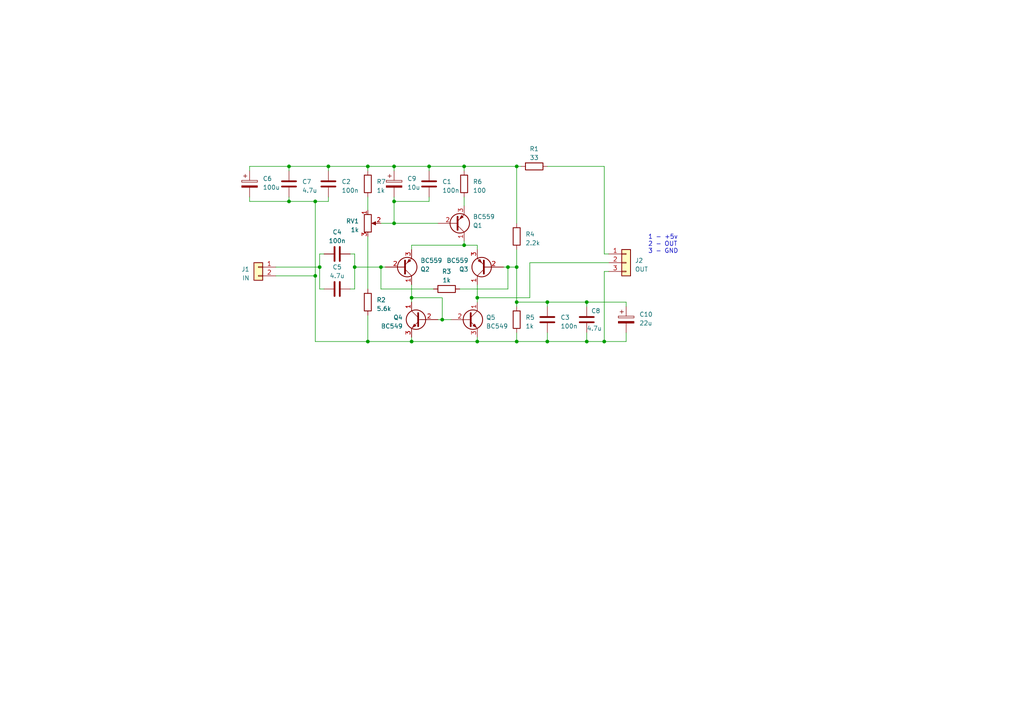
<source format=kicad_sch>
(kicad_sch (version 20230121) (generator eeschema)

  (uuid 74dd425d-e17d-4693-bddb-2cab2cd20b48)

  (paper "A4")

  (lib_symbols
    (symbol "Connector_Generic:Conn_01x02" (pin_names (offset 1.016) hide) (in_bom yes) (on_board yes)
      (property "Reference" "J" (at 0 2.54 0)
        (effects (font (size 1.27 1.27)))
      )
      (property "Value" "Conn_01x02" (at 0 -5.08 0)
        (effects (font (size 1.27 1.27)))
      )
      (property "Footprint" "" (at 0 0 0)
        (effects (font (size 1.27 1.27)) hide)
      )
      (property "Datasheet" "~" (at 0 0 0)
        (effects (font (size 1.27 1.27)) hide)
      )
      (property "ki_keywords" "connector" (at 0 0 0)
        (effects (font (size 1.27 1.27)) hide)
      )
      (property "ki_description" "Generic connector, single row, 01x02, script generated (kicad-library-utils/schlib/autogen/connector/)" (at 0 0 0)
        (effects (font (size 1.27 1.27)) hide)
      )
      (property "ki_fp_filters" "Connector*:*_1x??_*" (at 0 0 0)
        (effects (font (size 1.27 1.27)) hide)
      )
      (symbol "Conn_01x02_1_1"
        (rectangle (start -1.27 -2.413) (end 0 -2.667)
          (stroke (width 0.1524) (type default))
          (fill (type none))
        )
        (rectangle (start -1.27 0.127) (end 0 -0.127)
          (stroke (width 0.1524) (type default))
          (fill (type none))
        )
        (rectangle (start -1.27 1.27) (end 1.27 -3.81)
          (stroke (width 0.254) (type default))
          (fill (type background))
        )
        (pin passive line (at -5.08 0 0) (length 3.81)
          (name "Pin_1" (effects (font (size 1.27 1.27))))
          (number "1" (effects (font (size 1.27 1.27))))
        )
        (pin passive line (at -5.08 -2.54 0) (length 3.81)
          (name "Pin_2" (effects (font (size 1.27 1.27))))
          (number "2" (effects (font (size 1.27 1.27))))
        )
      )
    )
    (symbol "Connector_Generic:Conn_01x03" (pin_names (offset 1.016) hide) (in_bom yes) (on_board yes)
      (property "Reference" "J" (at 0 5.08 0)
        (effects (font (size 1.27 1.27)))
      )
      (property "Value" "Conn_01x03" (at 0 -5.08 0)
        (effects (font (size 1.27 1.27)))
      )
      (property "Footprint" "" (at 0 0 0)
        (effects (font (size 1.27 1.27)) hide)
      )
      (property "Datasheet" "~" (at 0 0 0)
        (effects (font (size 1.27 1.27)) hide)
      )
      (property "ki_keywords" "connector" (at 0 0 0)
        (effects (font (size 1.27 1.27)) hide)
      )
      (property "ki_description" "Generic connector, single row, 01x03, script generated (kicad-library-utils/schlib/autogen/connector/)" (at 0 0 0)
        (effects (font (size 1.27 1.27)) hide)
      )
      (property "ki_fp_filters" "Connector*:*_1x??_*" (at 0 0 0)
        (effects (font (size 1.27 1.27)) hide)
      )
      (symbol "Conn_01x03_1_1"
        (rectangle (start -1.27 -2.413) (end 0 -2.667)
          (stroke (width 0.1524) (type default))
          (fill (type none))
        )
        (rectangle (start -1.27 0.127) (end 0 -0.127)
          (stroke (width 0.1524) (type default))
          (fill (type none))
        )
        (rectangle (start -1.27 2.667) (end 0 2.413)
          (stroke (width 0.1524) (type default))
          (fill (type none))
        )
        (rectangle (start -1.27 3.81) (end 1.27 -3.81)
          (stroke (width 0.254) (type default))
          (fill (type background))
        )
        (pin passive line (at -5.08 2.54 0) (length 3.81)
          (name "Pin_1" (effects (font (size 1.27 1.27))))
          (number "1" (effects (font (size 1.27 1.27))))
        )
        (pin passive line (at -5.08 0 0) (length 3.81)
          (name "Pin_2" (effects (font (size 1.27 1.27))))
          (number "2" (effects (font (size 1.27 1.27))))
        )
        (pin passive line (at -5.08 -2.54 0) (length 3.81)
          (name "Pin_3" (effects (font (size 1.27 1.27))))
          (number "3" (effects (font (size 1.27 1.27))))
        )
      )
    )
    (symbol "Device:C" (pin_numbers hide) (pin_names (offset 0.254)) (in_bom yes) (on_board yes)
      (property "Reference" "C" (at 0.635 2.54 0)
        (effects (font (size 1.27 1.27)) (justify left))
      )
      (property "Value" "C" (at 0.635 -2.54 0)
        (effects (font (size 1.27 1.27)) (justify left))
      )
      (property "Footprint" "" (at 0.9652 -3.81 0)
        (effects (font (size 1.27 1.27)) hide)
      )
      (property "Datasheet" "~" (at 0 0 0)
        (effects (font (size 1.27 1.27)) hide)
      )
      (property "ki_keywords" "cap capacitor" (at 0 0 0)
        (effects (font (size 1.27 1.27)) hide)
      )
      (property "ki_description" "Unpolarized capacitor" (at 0 0 0)
        (effects (font (size 1.27 1.27)) hide)
      )
      (property "ki_fp_filters" "C_*" (at 0 0 0)
        (effects (font (size 1.27 1.27)) hide)
      )
      (symbol "C_0_1"
        (polyline
          (pts
            (xy -2.032 -0.762)
            (xy 2.032 -0.762)
          )
          (stroke (width 0.508) (type default))
          (fill (type none))
        )
        (polyline
          (pts
            (xy -2.032 0.762)
            (xy 2.032 0.762)
          )
          (stroke (width 0.508) (type default))
          (fill (type none))
        )
      )
      (symbol "C_1_1"
        (pin passive line (at 0 3.81 270) (length 2.794)
          (name "~" (effects (font (size 1.27 1.27))))
          (number "1" (effects (font (size 1.27 1.27))))
        )
        (pin passive line (at 0 -3.81 90) (length 2.794)
          (name "~" (effects (font (size 1.27 1.27))))
          (number "2" (effects (font (size 1.27 1.27))))
        )
      )
    )
    (symbol "Device:C_Polarized" (pin_numbers hide) (pin_names (offset 0.254)) (in_bom yes) (on_board yes)
      (property "Reference" "C" (at 0.635 2.54 0)
        (effects (font (size 1.27 1.27)) (justify left))
      )
      (property "Value" "C_Polarized" (at 0.635 -2.54 0)
        (effects (font (size 1.27 1.27)) (justify left))
      )
      (property "Footprint" "" (at 0.9652 -3.81 0)
        (effects (font (size 1.27 1.27)) hide)
      )
      (property "Datasheet" "~" (at 0 0 0)
        (effects (font (size 1.27 1.27)) hide)
      )
      (property "ki_keywords" "cap capacitor" (at 0 0 0)
        (effects (font (size 1.27 1.27)) hide)
      )
      (property "ki_description" "Polarized capacitor" (at 0 0 0)
        (effects (font (size 1.27 1.27)) hide)
      )
      (property "ki_fp_filters" "CP_*" (at 0 0 0)
        (effects (font (size 1.27 1.27)) hide)
      )
      (symbol "C_Polarized_0_1"
        (rectangle (start -2.286 0.508) (end 2.286 1.016)
          (stroke (width 0) (type default))
          (fill (type none))
        )
        (polyline
          (pts
            (xy -1.778 2.286)
            (xy -0.762 2.286)
          )
          (stroke (width 0) (type default))
          (fill (type none))
        )
        (polyline
          (pts
            (xy -1.27 2.794)
            (xy -1.27 1.778)
          )
          (stroke (width 0) (type default))
          (fill (type none))
        )
        (rectangle (start 2.286 -0.508) (end -2.286 -1.016)
          (stroke (width 0) (type default))
          (fill (type outline))
        )
      )
      (symbol "C_Polarized_1_1"
        (pin passive line (at 0 3.81 270) (length 2.794)
          (name "~" (effects (font (size 1.27 1.27))))
          (number "1" (effects (font (size 1.27 1.27))))
        )
        (pin passive line (at 0 -3.81 90) (length 2.794)
          (name "~" (effects (font (size 1.27 1.27))))
          (number "2" (effects (font (size 1.27 1.27))))
        )
      )
    )
    (symbol "Device:R" (pin_numbers hide) (pin_names (offset 0)) (in_bom yes) (on_board yes)
      (property "Reference" "R" (at 2.032 0 90)
        (effects (font (size 1.27 1.27)))
      )
      (property "Value" "R" (at 0 0 90)
        (effects (font (size 1.27 1.27)))
      )
      (property "Footprint" "" (at -1.778 0 90)
        (effects (font (size 1.27 1.27)) hide)
      )
      (property "Datasheet" "~" (at 0 0 0)
        (effects (font (size 1.27 1.27)) hide)
      )
      (property "ki_keywords" "R res resistor" (at 0 0 0)
        (effects (font (size 1.27 1.27)) hide)
      )
      (property "ki_description" "Resistor" (at 0 0 0)
        (effects (font (size 1.27 1.27)) hide)
      )
      (property "ki_fp_filters" "R_*" (at 0 0 0)
        (effects (font (size 1.27 1.27)) hide)
      )
      (symbol "R_0_1"
        (rectangle (start -1.016 -2.54) (end 1.016 2.54)
          (stroke (width 0.254) (type default))
          (fill (type none))
        )
      )
      (symbol "R_1_1"
        (pin passive line (at 0 3.81 270) (length 1.27)
          (name "~" (effects (font (size 1.27 1.27))))
          (number "1" (effects (font (size 1.27 1.27))))
        )
        (pin passive line (at 0 -3.81 90) (length 1.27)
          (name "~" (effects (font (size 1.27 1.27))))
          (number "2" (effects (font (size 1.27 1.27))))
        )
      )
    )
    (symbol "Device:R_Potentiometer" (pin_names (offset 1.016) hide) (in_bom yes) (on_board yes)
      (property "Reference" "RV" (at -4.445 0 90)
        (effects (font (size 1.27 1.27)))
      )
      (property "Value" "R_Potentiometer" (at -2.54 0 90)
        (effects (font (size 1.27 1.27)))
      )
      (property "Footprint" "" (at 0 0 0)
        (effects (font (size 1.27 1.27)) hide)
      )
      (property "Datasheet" "~" (at 0 0 0)
        (effects (font (size 1.27 1.27)) hide)
      )
      (property "ki_keywords" "resistor variable" (at 0 0 0)
        (effects (font (size 1.27 1.27)) hide)
      )
      (property "ki_description" "Potentiometer" (at 0 0 0)
        (effects (font (size 1.27 1.27)) hide)
      )
      (property "ki_fp_filters" "Potentiometer*" (at 0 0 0)
        (effects (font (size 1.27 1.27)) hide)
      )
      (symbol "R_Potentiometer_0_1"
        (polyline
          (pts
            (xy 2.54 0)
            (xy 1.524 0)
          )
          (stroke (width 0) (type default))
          (fill (type none))
        )
        (polyline
          (pts
            (xy 1.143 0)
            (xy 2.286 0.508)
            (xy 2.286 -0.508)
            (xy 1.143 0)
          )
          (stroke (width 0) (type default))
          (fill (type outline))
        )
        (rectangle (start 1.016 2.54) (end -1.016 -2.54)
          (stroke (width 0.254) (type default))
          (fill (type none))
        )
      )
      (symbol "R_Potentiometer_1_1"
        (pin passive line (at 0 3.81 270) (length 1.27)
          (name "1" (effects (font (size 1.27 1.27))))
          (number "1" (effects (font (size 1.27 1.27))))
        )
        (pin passive line (at 3.81 0 180) (length 1.27)
          (name "2" (effects (font (size 1.27 1.27))))
          (number "2" (effects (font (size 1.27 1.27))))
        )
        (pin passive line (at 0 -3.81 90) (length 1.27)
          (name "3" (effects (font (size 1.27 1.27))))
          (number "3" (effects (font (size 1.27 1.27))))
        )
      )
    )
    (symbol "Transistor_BJT:BC549" (pin_names (offset 0) hide) (in_bom yes) (on_board yes)
      (property "Reference" "Q" (at 5.08 1.905 0)
        (effects (font (size 1.27 1.27)) (justify left))
      )
      (property "Value" "BC549" (at 5.08 0 0)
        (effects (font (size 1.27 1.27)) (justify left))
      )
      (property "Footprint" "Package_TO_SOT_THT:TO-92_Inline" (at 5.08 -1.905 0)
        (effects (font (size 1.27 1.27) italic) (justify left) hide)
      )
      (property "Datasheet" "https://www.onsemi.com/pub/Collateral/BC550-D.pdf" (at 0 0 0)
        (effects (font (size 1.27 1.27)) (justify left) hide)
      )
      (property "ki_keywords" "NPN Transistor" (at 0 0 0)
        (effects (font (size 1.27 1.27)) hide)
      )
      (property "ki_description" "0.1A Ic, 30V Vce, Small Signal NPN Transistor, TO-92" (at 0 0 0)
        (effects (font (size 1.27 1.27)) hide)
      )
      (property "ki_fp_filters" "TO?92*" (at 0 0 0)
        (effects (font (size 1.27 1.27)) hide)
      )
      (symbol "BC549_0_1"
        (polyline
          (pts
            (xy 0 0)
            (xy 0.635 0)
          )
          (stroke (width 0) (type default))
          (fill (type none))
        )
        (polyline
          (pts
            (xy 0.635 0.635)
            (xy 2.54 2.54)
          )
          (stroke (width 0) (type default))
          (fill (type none))
        )
        (polyline
          (pts
            (xy 0.635 -0.635)
            (xy 2.54 -2.54)
            (xy 2.54 -2.54)
          )
          (stroke (width 0) (type default))
          (fill (type none))
        )
        (polyline
          (pts
            (xy 0.635 1.905)
            (xy 0.635 -1.905)
            (xy 0.635 -1.905)
          )
          (stroke (width 0.508) (type default))
          (fill (type none))
        )
        (polyline
          (pts
            (xy 1.27 -1.778)
            (xy 1.778 -1.27)
            (xy 2.286 -2.286)
            (xy 1.27 -1.778)
            (xy 1.27 -1.778)
          )
          (stroke (width 0) (type default))
          (fill (type outline))
        )
        (circle (center 1.27 0) (radius 2.8194)
          (stroke (width 0.254) (type default))
          (fill (type none))
        )
      )
      (symbol "BC549_1_1"
        (pin passive line (at 2.54 5.08 270) (length 2.54)
          (name "C" (effects (font (size 1.27 1.27))))
          (number "1" (effects (font (size 1.27 1.27))))
        )
        (pin input line (at -5.08 0 0) (length 5.08)
          (name "B" (effects (font (size 1.27 1.27))))
          (number "2" (effects (font (size 1.27 1.27))))
        )
        (pin passive line (at 2.54 -5.08 90) (length 2.54)
          (name "E" (effects (font (size 1.27 1.27))))
          (number "3" (effects (font (size 1.27 1.27))))
        )
      )
    )
    (symbol "Transistor_BJT:BC559" (pin_names (offset 0) hide) (in_bom yes) (on_board yes)
      (property "Reference" "Q" (at 5.08 1.905 0)
        (effects (font (size 1.27 1.27)) (justify left))
      )
      (property "Value" "BC559" (at 5.08 0 0)
        (effects (font (size 1.27 1.27)) (justify left))
      )
      (property "Footprint" "Package_TO_SOT_THT:TO-92_Inline" (at 5.08 -1.905 0)
        (effects (font (size 1.27 1.27) italic) (justify left) hide)
      )
      (property "Datasheet" "https://www.onsemi.com/pub/Collateral/BC556BTA-D.pdf" (at 0 0 0)
        (effects (font (size 1.27 1.27)) (justify left) hide)
      )
      (property "ki_keywords" "PNP Transistor" (at 0 0 0)
        (effects (font (size 1.27 1.27)) hide)
      )
      (property "ki_description" "0.1A Ic, 30V Vce, PNP Small Signal Transistor, TO-92" (at 0 0 0)
        (effects (font (size 1.27 1.27)) hide)
      )
      (property "ki_fp_filters" "TO?92*" (at 0 0 0)
        (effects (font (size 1.27 1.27)) hide)
      )
      (symbol "BC559_0_1"
        (polyline
          (pts
            (xy 0.635 0.635)
            (xy 2.54 2.54)
          )
          (stroke (width 0) (type default))
          (fill (type none))
        )
        (polyline
          (pts
            (xy 0.635 -0.635)
            (xy 2.54 -2.54)
            (xy 2.54 -2.54)
          )
          (stroke (width 0) (type default))
          (fill (type none))
        )
        (polyline
          (pts
            (xy 0.635 1.905)
            (xy 0.635 -1.905)
            (xy 0.635 -1.905)
          )
          (stroke (width 0.508) (type default))
          (fill (type none))
        )
        (polyline
          (pts
            (xy 2.286 -1.778)
            (xy 1.778 -2.286)
            (xy 1.27 -1.27)
            (xy 2.286 -1.778)
            (xy 2.286 -1.778)
          )
          (stroke (width 0) (type default))
          (fill (type outline))
        )
        (circle (center 1.27 0) (radius 2.8194)
          (stroke (width 0.254) (type default))
          (fill (type none))
        )
      )
      (symbol "BC559_1_1"
        (pin passive line (at 2.54 5.08 270) (length 2.54)
          (name "C" (effects (font (size 1.27 1.27))))
          (number "1" (effects (font (size 1.27 1.27))))
        )
        (pin input line (at -5.08 0 0) (length 5.715)
          (name "B" (effects (font (size 1.27 1.27))))
          (number "2" (effects (font (size 1.27 1.27))))
        )
        (pin passive line (at 2.54 -5.08 90) (length 2.54)
          (name "E" (effects (font (size 1.27 1.27))))
          (number "3" (effects (font (size 1.27 1.27))))
        )
      )
    )
  )

  (junction (at 114.3 64.77) (diameter 0) (color 0 0 0 0)
    (uuid 1146ffb2-5968-4399-bf4b-2519a9af6cbb)
  )
  (junction (at 110.49 77.47) (diameter 0) (color 0 0 0 0)
    (uuid 163bf32d-e2ec-47f8-9d6f-3050c7c90d6d)
  )
  (junction (at 119.38 86.36) (diameter 0) (color 0 0 0 0)
    (uuid 25f14557-19c9-4177-be1b-83f8d279853e)
  )
  (junction (at 95.25 48.26) (diameter 0) (color 0 0 0 0)
    (uuid 2d4f1508-bd40-4ffd-b9e6-215b1529785e)
  )
  (junction (at 149.86 87.63) (diameter 0) (color 0 0 0 0)
    (uuid 398a2e7a-3fe7-4cfa-b7ff-c81257dad9e2)
  )
  (junction (at 134.62 71.12) (diameter 0) (color 0 0 0 0)
    (uuid 3ac6d4dc-d41c-4786-870f-42c2ab6ad863)
  )
  (junction (at 91.44 80.01) (diameter 0) (color 0 0 0 0)
    (uuid 409075a7-57d0-4bf8-b5bd-9001b0d1677a)
  )
  (junction (at 147.32 77.47) (diameter 0) (color 0 0 0 0)
    (uuid 4180ae75-2aa1-4b7f-b677-6cf51d4dad0d)
  )
  (junction (at 149.86 77.47) (diameter 0) (color 0 0 0 0)
    (uuid 42a81916-2675-48e9-9abc-153b0c2c8191)
  )
  (junction (at 91.44 58.42) (diameter 0) (color 0 0 0 0)
    (uuid 566abfa6-3f63-4f52-be89-10161c7bc6ec)
  )
  (junction (at 170.18 99.06) (diameter 0) (color 0 0 0 0)
    (uuid 607c4987-4dc0-4901-9d47-f491b6c1547f)
  )
  (junction (at 83.82 48.26) (diameter 0) (color 0 0 0 0)
    (uuid 67a82136-81fb-4025-ac39-a7e61cc47edc)
  )
  (junction (at 138.43 99.06) (diameter 0) (color 0 0 0 0)
    (uuid 685d592e-361b-498b-bf23-001c26ad6b8b)
  )
  (junction (at 149.86 99.06) (diameter 0) (color 0 0 0 0)
    (uuid 6aff21d0-2cdc-4107-812c-d41c88dae938)
  )
  (junction (at 102.87 77.47) (diameter 0) (color 0 0 0 0)
    (uuid 971d4241-ff81-48bc-8a50-c91c63edf00f)
  )
  (junction (at 114.3 58.42) (diameter 0) (color 0 0 0 0)
    (uuid 9a87643b-de3e-4260-abe4-cb8eb1a96738)
  )
  (junction (at 158.75 87.63) (diameter 0) (color 0 0 0 0)
    (uuid 9c34a5d5-53ae-4e4b-bc34-48eec57292f2)
  )
  (junction (at 114.3 48.26) (diameter 0) (color 0 0 0 0)
    (uuid 9e67b9c7-b0bb-49fa-88f7-dc63b2a0714d)
  )
  (junction (at 119.38 99.06) (diameter 0) (color 0 0 0 0)
    (uuid 9e930af4-bb0a-413d-8037-60b1c92ef8d2)
  )
  (junction (at 149.86 48.26) (diameter 0) (color 0 0 0 0)
    (uuid 9eb1e578-b902-4056-8a87-4d8074ae5ddb)
  )
  (junction (at 138.43 86.36) (diameter 0) (color 0 0 0 0)
    (uuid a4878e15-c479-4647-8478-e0930d33c614)
  )
  (junction (at 134.62 48.26) (diameter 0) (color 0 0 0 0)
    (uuid b02b4948-56e6-44d6-8037-71a1b311cf0e)
  )
  (junction (at 124.46 48.26) (diameter 0) (color 0 0 0 0)
    (uuid b2914ae1-e821-44ba-9e70-39b1fbb8d4c7)
  )
  (junction (at 83.82 58.42) (diameter 0) (color 0 0 0 0)
    (uuid ba035de2-d3c3-46df-8ebc-9856bc8e6979)
  )
  (junction (at 106.68 99.06) (diameter 0) (color 0 0 0 0)
    (uuid ca2eac9b-9e62-4344-8c5a-05d35526b2ff)
  )
  (junction (at 92.71 77.47) (diameter 0) (color 0 0 0 0)
    (uuid cef9cb92-3fa8-4e0a-8ac0-1f579e184e3b)
  )
  (junction (at 175.26 99.06) (diameter 0) (color 0 0 0 0)
    (uuid d0d9d2cb-82d5-41ce-a301-7a42dec12447)
  )
  (junction (at 170.18 87.63) (diameter 0) (color 0 0 0 0)
    (uuid e56fff18-fdd6-4777-bccb-42f50f8f1d64)
  )
  (junction (at 128.27 92.71) (diameter 0) (color 0 0 0 0)
    (uuid f2d0ab13-0ff5-4702-a93c-fa99e7f7e6eb)
  )
  (junction (at 106.68 48.26) (diameter 0) (color 0 0 0 0)
    (uuid f4cb2d45-bc96-4fd1-84e0-58068438cd13)
  )
  (junction (at 158.75 99.06) (diameter 0) (color 0 0 0 0)
    (uuid fec88176-6557-44a7-bb1a-0b256a4930a1)
  )

  (wire (pts (xy 170.18 87.63) (xy 181.61 87.63))
    (stroke (width 0) (type default))
    (uuid 004b2246-42a4-4de3-b37e-cc579b583c23)
  )
  (wire (pts (xy 149.86 48.26) (xy 149.86 64.77))
    (stroke (width 0) (type default))
    (uuid 022ba401-4f9d-46db-9d8a-c6cd95fb28cb)
  )
  (wire (pts (xy 134.62 71.12) (xy 138.43 71.12))
    (stroke (width 0) (type default))
    (uuid 02e355f5-df3c-41b4-9ebc-747c6109470a)
  )
  (wire (pts (xy 181.61 96.52) (xy 181.61 99.06))
    (stroke (width 0) (type default))
    (uuid 08d3d199-195f-4976-b1df-3e8930ba54dc)
  )
  (wire (pts (xy 119.38 97.79) (xy 119.38 99.06))
    (stroke (width 0) (type default))
    (uuid 110cbec2-c124-4966-861f-35d4d0bf0c79)
  )
  (wire (pts (xy 83.82 57.15) (xy 83.82 58.42))
    (stroke (width 0) (type default))
    (uuid 1776d549-076b-4ba4-b1a2-1f5b32446606)
  )
  (wire (pts (xy 119.38 82.55) (xy 119.38 86.36))
    (stroke (width 0) (type default))
    (uuid 1dc02721-7ea2-4a7a-ab53-a9a2f21c5ca9)
  )
  (wire (pts (xy 106.68 68.58) (xy 106.68 83.82))
    (stroke (width 0) (type default))
    (uuid 202af949-9e03-404f-a157-8e4f56ec1ef5)
  )
  (wire (pts (xy 138.43 86.36) (xy 138.43 87.63))
    (stroke (width 0) (type default))
    (uuid 228a41a5-202c-4a35-8d5a-7efa605dbd4d)
  )
  (wire (pts (xy 149.86 87.63) (xy 158.75 87.63))
    (stroke (width 0) (type default))
    (uuid 26a2e358-59b7-4ac6-b326-fb0e35514fa8)
  )
  (wire (pts (xy 181.61 88.9) (xy 181.61 87.63))
    (stroke (width 0) (type default))
    (uuid 2c230e88-7b8d-493d-acc1-800e0be55314)
  )
  (wire (pts (xy 106.68 49.53) (xy 106.68 48.26))
    (stroke (width 0) (type default))
    (uuid 2d9ffdb5-b3ae-49f7-a9c5-2782834d30be)
  )
  (wire (pts (xy 138.43 71.12) (xy 138.43 72.39))
    (stroke (width 0) (type default))
    (uuid 2e700ea2-f23f-4655-acf8-caed113f07a4)
  )
  (wire (pts (xy 106.68 57.15) (xy 106.68 60.96))
    (stroke (width 0) (type default))
    (uuid 3356dbc9-1f42-40f4-b651-b07df31f2cff)
  )
  (wire (pts (xy 83.82 48.26) (xy 83.82 49.53))
    (stroke (width 0) (type default))
    (uuid 338475b1-c445-4892-9340-56280d7f3bad)
  )
  (wire (pts (xy 170.18 96.52) (xy 170.18 99.06))
    (stroke (width 0) (type default))
    (uuid 33fbc4d6-06a3-4dfa-ad4f-ee2239a94604)
  )
  (wire (pts (xy 176.53 78.74) (xy 175.26 78.74))
    (stroke (width 0) (type default))
    (uuid 350283b3-8a94-410b-8138-b46f4158cd6e)
  )
  (wire (pts (xy 133.35 83.82) (xy 147.32 83.82))
    (stroke (width 0) (type default))
    (uuid 3652b8c8-1cae-456f-b218-9ca4eb871fe2)
  )
  (wire (pts (xy 134.62 48.26) (xy 134.62 49.53))
    (stroke (width 0) (type default))
    (uuid 37d80d24-49ef-4f0e-90d2-5ba18b5aa811)
  )
  (wire (pts (xy 72.39 57.15) (xy 72.39 58.42))
    (stroke (width 0) (type default))
    (uuid 37dd0e50-e72c-43c4-b327-ea01eab7dbdc)
  )
  (wire (pts (xy 114.3 58.42) (xy 114.3 64.77))
    (stroke (width 0) (type default))
    (uuid 3ee198a7-3668-4309-bf01-fd560ee1b7ac)
  )
  (wire (pts (xy 124.46 48.26) (xy 134.62 48.26))
    (stroke (width 0) (type default))
    (uuid 43652130-3182-4b79-99c9-76cd7027535c)
  )
  (wire (pts (xy 91.44 58.42) (xy 95.25 58.42))
    (stroke (width 0) (type default))
    (uuid 442e2d4e-c563-48a9-a92b-17c9c8681d07)
  )
  (wire (pts (xy 158.75 87.63) (xy 170.18 87.63))
    (stroke (width 0) (type default))
    (uuid 44662d7d-4059-4031-a105-b7640a73c6d1)
  )
  (wire (pts (xy 158.75 87.63) (xy 158.75 88.9))
    (stroke (width 0) (type default))
    (uuid 44c4c68d-82ba-4e6b-8ce5-456721980d22)
  )
  (wire (pts (xy 101.6 83.82) (xy 102.87 83.82))
    (stroke (width 0) (type default))
    (uuid 46fbbf3a-b2bc-4264-a09d-5adeef41c74d)
  )
  (wire (pts (xy 91.44 80.01) (xy 91.44 58.42))
    (stroke (width 0) (type default))
    (uuid 4ae22698-0638-4de9-b4a9-2f03e2b74fec)
  )
  (wire (pts (xy 80.01 77.47) (xy 92.71 77.47))
    (stroke (width 0) (type default))
    (uuid 4b0f952b-0cb6-45ac-bebb-05bc9adcbeb7)
  )
  (wire (pts (xy 134.62 48.26) (xy 149.86 48.26))
    (stroke (width 0) (type default))
    (uuid 4daca855-17eb-4b8f-a65c-505db2a829e9)
  )
  (wire (pts (xy 149.86 77.47) (xy 149.86 87.63))
    (stroke (width 0) (type default))
    (uuid 4e381a3f-11f8-4eb2-9b6b-5c00bc8cd178)
  )
  (wire (pts (xy 127 92.71) (xy 128.27 92.71))
    (stroke (width 0) (type default))
    (uuid 4e427306-3576-4fa5-9672-20bf4c7cef2c)
  )
  (wire (pts (xy 92.71 83.82) (xy 93.98 83.82))
    (stroke (width 0) (type default))
    (uuid 4ffa467f-0e7e-4bee-b819-8ba18518ab5c)
  )
  (wire (pts (xy 106.68 99.06) (xy 91.44 99.06))
    (stroke (width 0) (type default))
    (uuid 5087bb1a-e0eb-45fa-8ab9-54719720491c)
  )
  (wire (pts (xy 158.75 99.06) (xy 149.86 99.06))
    (stroke (width 0) (type default))
    (uuid 53b071a7-60a6-4d18-98dc-bc8c23278d22)
  )
  (wire (pts (xy 153.67 76.2) (xy 153.67 86.36))
    (stroke (width 0) (type default))
    (uuid 53eb3556-d1a8-413e-9432-0921868587c4)
  )
  (wire (pts (xy 102.87 77.47) (xy 110.49 77.47))
    (stroke (width 0) (type default))
    (uuid 54faf4ea-4be2-4126-9fd4-05045f3a4004)
  )
  (wire (pts (xy 110.49 77.47) (xy 111.76 77.47))
    (stroke (width 0) (type default))
    (uuid 5a0323a3-22fa-497b-b909-78407b6846ee)
  )
  (wire (pts (xy 147.32 77.47) (xy 146.05 77.47))
    (stroke (width 0) (type default))
    (uuid 5af4c8db-20f0-4317-887e-ba41451461b4)
  )
  (wire (pts (xy 124.46 48.26) (xy 124.46 49.53))
    (stroke (width 0) (type default))
    (uuid 6108abe7-dfde-4c79-9743-697f5e9647a1)
  )
  (wire (pts (xy 72.39 58.42) (xy 83.82 58.42))
    (stroke (width 0) (type default))
    (uuid 617406e7-471a-4dac-a218-574f072ad6e0)
  )
  (wire (pts (xy 153.67 86.36) (xy 138.43 86.36))
    (stroke (width 0) (type default))
    (uuid 64202c53-a502-42e6-a112-a286102ec379)
  )
  (wire (pts (xy 95.25 57.15) (xy 95.25 58.42))
    (stroke (width 0) (type default))
    (uuid 64b6fc0e-aece-4897-8e26-317b4b214d75)
  )
  (wire (pts (xy 149.86 87.63) (xy 149.86 88.9))
    (stroke (width 0) (type default))
    (uuid 65886f02-cc67-446d-bc5d-f5a50657ac98)
  )
  (wire (pts (xy 91.44 99.06) (xy 91.44 80.01))
    (stroke (width 0) (type default))
    (uuid 6d8e556f-74df-4af0-a43c-82ec042f3651)
  )
  (wire (pts (xy 175.26 73.66) (xy 175.26 48.26))
    (stroke (width 0) (type default))
    (uuid 708b9673-8914-4376-9af8-cec05e384e36)
  )
  (wire (pts (xy 114.3 48.26) (xy 124.46 48.26))
    (stroke (width 0) (type default))
    (uuid 72119f18-fed1-4abc-9758-0ebdfb67f520)
  )
  (wire (pts (xy 110.49 83.82) (xy 110.49 77.47))
    (stroke (width 0) (type default))
    (uuid 73352c09-f724-4323-a26a-66def3567a39)
  )
  (wire (pts (xy 119.38 86.36) (xy 119.38 87.63))
    (stroke (width 0) (type default))
    (uuid 7be15142-15fa-49c8-b520-6f68fcab2d97)
  )
  (wire (pts (xy 102.87 73.66) (xy 102.87 77.47))
    (stroke (width 0) (type default))
    (uuid 80119056-48a1-4bbb-aca6-5e9906078b7a)
  )
  (wire (pts (xy 80.01 80.01) (xy 91.44 80.01))
    (stroke (width 0) (type default))
    (uuid 80c0267b-9e06-45c2-af2e-eb3f536688d0)
  )
  (wire (pts (xy 72.39 48.26) (xy 83.82 48.26))
    (stroke (width 0) (type default))
    (uuid 80e355da-4c8c-4790-93ea-f0612c947d93)
  )
  (wire (pts (xy 181.61 99.06) (xy 175.26 99.06))
    (stroke (width 0) (type default))
    (uuid 80ed3b47-06ed-4dc3-8cb4-a9b197b95ab4)
  )
  (wire (pts (xy 176.53 73.66) (xy 175.26 73.66))
    (stroke (width 0) (type default))
    (uuid 819c59ec-f950-4268-8163-017f7695eb2f)
  )
  (wire (pts (xy 95.25 48.26) (xy 106.68 48.26))
    (stroke (width 0) (type default))
    (uuid 88d29fff-cd33-4e01-807f-114e46175e0a)
  )
  (wire (pts (xy 138.43 97.79) (xy 138.43 99.06))
    (stroke (width 0) (type default))
    (uuid 8988bd04-68d6-4662-b935-3e4019c9662e)
  )
  (wire (pts (xy 175.26 48.26) (xy 158.75 48.26))
    (stroke (width 0) (type default))
    (uuid 8ccdacfe-27d7-4260-b09f-944f1c238378)
  )
  (wire (pts (xy 102.87 83.82) (xy 102.87 77.47))
    (stroke (width 0) (type default))
    (uuid 8e52ee87-fc17-484d-abe9-7514df817228)
  )
  (wire (pts (xy 147.32 83.82) (xy 147.32 77.47))
    (stroke (width 0) (type default))
    (uuid 8f33c410-2d05-4695-9182-d08d88d2be40)
  )
  (wire (pts (xy 149.86 96.52) (xy 149.86 99.06))
    (stroke (width 0) (type default))
    (uuid 9600bb91-4aa7-497f-ad02-8ffc9cf87f93)
  )
  (wire (pts (xy 114.3 48.26) (xy 114.3 49.53))
    (stroke (width 0) (type default))
    (uuid 9850c01a-ac68-4383-99af-6b234bdf44bb)
  )
  (wire (pts (xy 124.46 57.15) (xy 124.46 58.42))
    (stroke (width 0) (type default))
    (uuid 9866b742-64d4-4122-aa77-aa7c560b17a8)
  )
  (wire (pts (xy 170.18 87.63) (xy 170.18 88.9))
    (stroke (width 0) (type default))
    (uuid 9b724bb4-8014-4145-98e5-e23d7ef4cf13)
  )
  (wire (pts (xy 138.43 99.06) (xy 119.38 99.06))
    (stroke (width 0) (type default))
    (uuid 9c67a777-0aa6-4303-8016-45f2e7a882a7)
  )
  (wire (pts (xy 128.27 92.71) (xy 130.81 92.71))
    (stroke (width 0) (type default))
    (uuid 9fe59bc1-bf6e-46a9-921d-8018c5466bb2)
  )
  (wire (pts (xy 149.86 99.06) (xy 138.43 99.06))
    (stroke (width 0) (type default))
    (uuid a34c3168-748f-41b2-8f8e-ea0f4625d709)
  )
  (wire (pts (xy 93.98 73.66) (xy 92.71 73.66))
    (stroke (width 0) (type default))
    (uuid a4afd1e5-a896-4a08-ba0c-890ab6db5dac)
  )
  (wire (pts (xy 92.71 73.66) (xy 92.71 77.47))
    (stroke (width 0) (type default))
    (uuid a5a26f7d-77a6-499d-a4b0-521efc089e28)
  )
  (wire (pts (xy 119.38 71.12) (xy 134.62 71.12))
    (stroke (width 0) (type default))
    (uuid a75803d3-9833-450b-ae28-2a5dc29a41a6)
  )
  (wire (pts (xy 83.82 48.26) (xy 95.25 48.26))
    (stroke (width 0) (type default))
    (uuid ad89376b-6941-416a-8827-3e783c89020d)
  )
  (wire (pts (xy 125.73 83.82) (xy 110.49 83.82))
    (stroke (width 0) (type default))
    (uuid aefef98d-ea94-45af-82e2-a1d5ac3e291a)
  )
  (wire (pts (xy 128.27 86.36) (xy 119.38 86.36))
    (stroke (width 0) (type default))
    (uuid b2223ad8-bd7f-47df-ad09-f82554b107b0)
  )
  (wire (pts (xy 72.39 49.53) (xy 72.39 48.26))
    (stroke (width 0) (type default))
    (uuid b2f323d7-510a-45b5-b628-59844620895b)
  )
  (wire (pts (xy 170.18 99.06) (xy 158.75 99.06))
    (stroke (width 0) (type default))
    (uuid b3597e00-1b76-493c-9420-263cce6767e9)
  )
  (wire (pts (xy 175.26 99.06) (xy 170.18 99.06))
    (stroke (width 0) (type default))
    (uuid b4c6ae28-cc7a-431f-bd80-c73acc0e06aa)
  )
  (wire (pts (xy 176.53 76.2) (xy 153.67 76.2))
    (stroke (width 0) (type default))
    (uuid b74b8857-a416-45d6-9e33-210848cac5a4)
  )
  (wire (pts (xy 134.62 57.15) (xy 134.62 59.69))
    (stroke (width 0) (type default))
    (uuid b853b3c5-a025-41c5-8a3a-eba8d960bbd3)
  )
  (wire (pts (xy 83.82 58.42) (xy 91.44 58.42))
    (stroke (width 0) (type default))
    (uuid bf96c6a6-e0b1-4f63-9b3f-747d731a1e40)
  )
  (wire (pts (xy 114.3 64.77) (xy 127 64.77))
    (stroke (width 0) (type default))
    (uuid c71366de-a34e-4cc5-89e9-d171ae1ffd9c)
  )
  (wire (pts (xy 149.86 72.39) (xy 149.86 77.47))
    (stroke (width 0) (type default))
    (uuid caf6d22f-882e-499f-afd7-8aa1be5b0d3b)
  )
  (wire (pts (xy 124.46 58.42) (xy 114.3 58.42))
    (stroke (width 0) (type default))
    (uuid cbb53af1-14b7-444b-b10e-662d7534c9b8)
  )
  (wire (pts (xy 134.62 69.85) (xy 134.62 71.12))
    (stroke (width 0) (type default))
    (uuid cbd82057-e311-428e-86d1-0665531f3a07)
  )
  (wire (pts (xy 158.75 96.52) (xy 158.75 99.06))
    (stroke (width 0) (type default))
    (uuid d6a19a82-319c-4e4e-ba84-2a95ed59a045)
  )
  (wire (pts (xy 147.32 77.47) (xy 149.86 77.47))
    (stroke (width 0) (type default))
    (uuid d72f41e7-cb9d-4dc7-84e6-baf2cc50e35f)
  )
  (wire (pts (xy 138.43 82.55) (xy 138.43 86.36))
    (stroke (width 0) (type default))
    (uuid d8edfb04-d2a2-4134-b867-c33427ed432d)
  )
  (wire (pts (xy 114.3 57.15) (xy 114.3 58.42))
    (stroke (width 0) (type default))
    (uuid dc1327c1-929a-4521-9d94-0b29aac673cc)
  )
  (wire (pts (xy 128.27 92.71) (xy 128.27 86.36))
    (stroke (width 0) (type default))
    (uuid e0ebbbeb-9807-4797-a1d5-3eb555cade26)
  )
  (wire (pts (xy 92.71 77.47) (xy 92.71 83.82))
    (stroke (width 0) (type default))
    (uuid e1b7e5e3-641e-4578-a4ec-48cbbaf790c4)
  )
  (wire (pts (xy 106.68 91.44) (xy 106.68 99.06))
    (stroke (width 0) (type default))
    (uuid e1c0f334-8f89-4ece-831e-d11716f3cc56)
  )
  (wire (pts (xy 95.25 48.26) (xy 95.25 49.53))
    (stroke (width 0) (type default))
    (uuid e1e335b5-88d3-43ff-bcff-36912750f3c1)
  )
  (wire (pts (xy 106.68 99.06) (xy 119.38 99.06))
    (stroke (width 0) (type default))
    (uuid eedb0132-fb8c-4848-8333-4a6a6455c017)
  )
  (wire (pts (xy 149.86 48.26) (xy 151.13 48.26))
    (stroke (width 0) (type default))
    (uuid f5be8b23-0296-4f28-968e-5c8160cf6d5e)
  )
  (wire (pts (xy 101.6 73.66) (xy 102.87 73.66))
    (stroke (width 0) (type default))
    (uuid f63c35ca-4153-49ba-aa96-4983f9b99ef0)
  )
  (wire (pts (xy 106.68 48.26) (xy 114.3 48.26))
    (stroke (width 0) (type default))
    (uuid f63d3242-fc44-410e-88ad-af04f438fc3c)
  )
  (wire (pts (xy 175.26 78.74) (xy 175.26 99.06))
    (stroke (width 0) (type default))
    (uuid f80d14b9-d3d1-4186-9c62-20e6c1ddeabe)
  )
  (wire (pts (xy 110.49 64.77) (xy 114.3 64.77))
    (stroke (width 0) (type default))
    (uuid f85d6026-2baf-4038-bff8-77f99b3ae3ed)
  )
  (wire (pts (xy 119.38 72.39) (xy 119.38 71.12))
    (stroke (width 0) (type default))
    (uuid ff1cff73-798a-4698-9287-afeaec019637)
  )

  (text "1 - +5v\n2 - OUT\n3 - GND" (at 187.96 73.66 0)
    (effects (font (size 1.27 1.27)) (justify left bottom))
    (uuid 5afcd691-6039-45e2-82c4-d1ee5341ae63)
  )

  (symbol (lib_id "Device:R") (at 149.86 92.71 0) (unit 1)
    (in_bom yes) (on_board yes) (dnp no) (fields_autoplaced)
    (uuid 01d5800b-5a89-4c0b-9223-5a3dfff495e3)
    (property "Reference" "R5" (at 152.4 92.075 0)
      (effects (font (size 1.27 1.27)) (justify left))
    )
    (property "Value" "1k" (at 152.4 94.615 0)
      (effects (font (size 1.27 1.27)) (justify left))
    )
    (property "Footprint" "" (at 148.082 92.71 90)
      (effects (font (size 1.27 1.27)) hide)
    )
    (property "Datasheet" "~" (at 149.86 92.71 0)
      (effects (font (size 1.27 1.27)) hide)
    )
    (pin "1" (uuid 6e8a6022-4c97-4ba4-ae8a-9893a2b5d6af))
    (pin "2" (uuid 1641b7c3-af4a-4736-8e43-8d5ff81e8da2))
    (instances
      (project "frequency_counter_preamp"
        (path "/74dd425d-e17d-4693-bddb-2cab2cd20b48"
          (reference "R5") (unit 1)
        )
      )
    )
  )

  (symbol (lib_id "Device:C") (at 97.79 83.82 270) (unit 1)
    (in_bom yes) (on_board yes) (dnp no) (fields_autoplaced)
    (uuid 0c692f4e-219e-4b76-9d69-7be144908d5d)
    (property "Reference" "C5" (at 97.79 77.47 90)
      (effects (font (size 1.27 1.27)))
    )
    (property "Value" "4.7u" (at 97.79 80.01 90)
      (effects (font (size 1.27 1.27)))
    )
    (property "Footprint" "" (at 93.98 84.7852 0)
      (effects (font (size 1.27 1.27)) hide)
    )
    (property "Datasheet" "~" (at 97.79 83.82 0)
      (effects (font (size 1.27 1.27)) hide)
    )
    (pin "1" (uuid 70543ff6-da45-4f27-aec3-81fcd78eee83))
    (pin "2" (uuid 843e1db8-9b61-4233-8f96-a71673e4c88b))
    (instances
      (project "frequency_counter_preamp"
        (path "/74dd425d-e17d-4693-bddb-2cab2cd20b48"
          (reference "C5") (unit 1)
        )
      )
    )
  )

  (symbol (lib_id "Device:C") (at 158.75 92.71 0) (unit 1)
    (in_bom yes) (on_board yes) (dnp no) (fields_autoplaced)
    (uuid 23d0538c-f434-4880-a2dd-496332d040ac)
    (property "Reference" "C3" (at 162.56 92.075 0)
      (effects (font (size 1.27 1.27)) (justify left))
    )
    (property "Value" "100n" (at 162.56 94.615 0)
      (effects (font (size 1.27 1.27)) (justify left))
    )
    (property "Footprint" "" (at 159.7152 96.52 0)
      (effects (font (size 1.27 1.27)) hide)
    )
    (property "Datasheet" "~" (at 158.75 92.71 0)
      (effects (font (size 1.27 1.27)) hide)
    )
    (pin "1" (uuid d8fe68bb-40f4-4ca6-9e93-74d1fafe0f52))
    (pin "2" (uuid 85ce0344-7c51-4a49-90f2-b080768ff5a3))
    (instances
      (project "frequency_counter_preamp"
        (path "/74dd425d-e17d-4693-bddb-2cab2cd20b48"
          (reference "C3") (unit 1)
        )
      )
    )
  )

  (symbol (lib_id "Device:C_Polarized") (at 72.39 53.34 0) (unit 1)
    (in_bom yes) (on_board yes) (dnp no) (fields_autoplaced)
    (uuid 2feae5ea-6591-467f-9c78-02a430dfb787)
    (property "Reference" "C6" (at 76.2 51.816 0)
      (effects (font (size 1.27 1.27)) (justify left))
    )
    (property "Value" "100u" (at 76.2 54.356 0)
      (effects (font (size 1.27 1.27)) (justify left))
    )
    (property "Footprint" "" (at 73.3552 57.15 0)
      (effects (font (size 1.27 1.27)) hide)
    )
    (property "Datasheet" "~" (at 72.39 53.34 0)
      (effects (font (size 1.27 1.27)) hide)
    )
    (pin "1" (uuid 53d4c02f-a733-4ed9-a094-df802a57a637))
    (pin "2" (uuid af06ae91-6b7b-4e6e-a042-b3f051b0a663))
    (instances
      (project "frequency_counter_preamp"
        (path "/74dd425d-e17d-4693-bddb-2cab2cd20b48"
          (reference "C6") (unit 1)
        )
      )
    )
  )

  (symbol (lib_id "Device:R") (at 129.54 83.82 270) (unit 1)
    (in_bom yes) (on_board yes) (dnp no) (fields_autoplaced)
    (uuid 40c2cee6-1070-4afd-8afb-712ecc22d27b)
    (property "Reference" "R3" (at 129.54 78.74 90)
      (effects (font (size 1.27 1.27)))
    )
    (property "Value" "1k" (at 129.54 81.28 90)
      (effects (font (size 1.27 1.27)))
    )
    (property "Footprint" "" (at 129.54 82.042 90)
      (effects (font (size 1.27 1.27)) hide)
    )
    (property "Datasheet" "~" (at 129.54 83.82 0)
      (effects (font (size 1.27 1.27)) hide)
    )
    (pin "1" (uuid 0c20324a-1b4e-45fa-8c45-b5a3ccd12f83))
    (pin "2" (uuid 5cff3afa-4563-47cb-b3e0-766250cfbe31))
    (instances
      (project "frequency_counter_preamp"
        (path "/74dd425d-e17d-4693-bddb-2cab2cd20b48"
          (reference "R3") (unit 1)
        )
      )
    )
  )

  (symbol (lib_id "Transistor_BJT:BC549") (at 135.89 92.71 0) (unit 1)
    (in_bom yes) (on_board yes) (dnp no) (fields_autoplaced)
    (uuid 4488b769-a9c9-4dc6-8f78-0a9d66a654a0)
    (property "Reference" "Q5" (at 140.97 92.075 0)
      (effects (font (size 1.27 1.27)) (justify left))
    )
    (property "Value" "BC549" (at 140.97 94.615 0)
      (effects (font (size 1.27 1.27)) (justify left))
    )
    (property "Footprint" "Package_TO_SOT_THT:TO-92_Inline" (at 140.97 94.615 0)
      (effects (font (size 1.27 1.27) italic) (justify left) hide)
    )
    (property "Datasheet" "https://www.onsemi.com/pub/Collateral/BC550-D.pdf" (at 135.89 92.71 0)
      (effects (font (size 1.27 1.27)) (justify left) hide)
    )
    (pin "1" (uuid 52ab9e67-de2f-49e4-82b8-1f14495c3179))
    (pin "2" (uuid 023fcf62-11bc-4b9a-8553-c2950e381601))
    (pin "3" (uuid a1d2133d-a6a6-4bc3-afba-3906d9c51ac2))
    (instances
      (project "frequency_counter_preamp"
        (path "/74dd425d-e17d-4693-bddb-2cab2cd20b48"
          (reference "Q5") (unit 1)
        )
      )
    )
  )

  (symbol (lib_id "Device:C") (at 97.79 73.66 270) (unit 1)
    (in_bom yes) (on_board yes) (dnp no) (fields_autoplaced)
    (uuid 4912ccf2-a569-4b2b-a940-fd518a57893c)
    (property "Reference" "C4" (at 97.79 67.31 90)
      (effects (font (size 1.27 1.27)))
    )
    (property "Value" "100n" (at 97.79 69.85 90)
      (effects (font (size 1.27 1.27)))
    )
    (property "Footprint" "" (at 93.98 74.6252 0)
      (effects (font (size 1.27 1.27)) hide)
    )
    (property "Datasheet" "~" (at 97.79 73.66 0)
      (effects (font (size 1.27 1.27)) hide)
    )
    (pin "1" (uuid 58b1bb1b-de94-446d-892e-07323f3c71aa))
    (pin "2" (uuid c918260b-d99f-4252-84e7-fa7430f6f85c))
    (instances
      (project "frequency_counter_preamp"
        (path "/74dd425d-e17d-4693-bddb-2cab2cd20b48"
          (reference "C4") (unit 1)
        )
      )
    )
  )

  (symbol (lib_id "Connector_Generic:Conn_01x02") (at 74.93 77.47 0) (mirror y) (unit 1)
    (in_bom yes) (on_board yes) (dnp no)
    (uuid 4ace8f4d-9520-49f3-9902-134761240b92)
    (property "Reference" "J1" (at 72.39 78.105 0)
      (effects (font (size 1.27 1.27)) (justify left))
    )
    (property "Value" "IN" (at 72.39 80.645 0)
      (effects (font (size 1.27 1.27)) (justify left))
    )
    (property "Footprint" "" (at 74.93 77.47 0)
      (effects (font (size 1.27 1.27)) hide)
    )
    (property "Datasheet" "~" (at 74.93 77.47 0)
      (effects (font (size 1.27 1.27)) hide)
    )
    (pin "1" (uuid 091fec1f-98c8-4953-8c2c-2f923a6cbf16))
    (pin "2" (uuid 709d350c-cc0d-4c50-8dd8-15bd7fa2240e))
    (instances
      (project "frequency_counter_preamp"
        (path "/74dd425d-e17d-4693-bddb-2cab2cd20b48"
          (reference "J1") (unit 1)
        )
      )
    )
  )

  (symbol (lib_id "Device:R") (at 134.62 53.34 0) (unit 1)
    (in_bom yes) (on_board yes) (dnp no) (fields_autoplaced)
    (uuid 4b9a6474-d164-47ac-bead-8c8ddd853c58)
    (property "Reference" "R6" (at 137.16 52.705 0)
      (effects (font (size 1.27 1.27)) (justify left))
    )
    (property "Value" "100" (at 137.16 55.245 0)
      (effects (font (size 1.27 1.27)) (justify left))
    )
    (property "Footprint" "" (at 132.842 53.34 90)
      (effects (font (size 1.27 1.27)) hide)
    )
    (property "Datasheet" "~" (at 134.62 53.34 0)
      (effects (font (size 1.27 1.27)) hide)
    )
    (pin "1" (uuid dfb2d1c4-3bd9-4008-8504-a95e27b4d527))
    (pin "2" (uuid ed69c58c-d08e-4508-a750-8cec9a817246))
    (instances
      (project "frequency_counter_preamp"
        (path "/74dd425d-e17d-4693-bddb-2cab2cd20b48"
          (reference "R6") (unit 1)
        )
      )
    )
  )

  (symbol (lib_id "Device:R") (at 106.68 53.34 0) (unit 1)
    (in_bom yes) (on_board yes) (dnp no) (fields_autoplaced)
    (uuid 53e895ff-068b-4aad-bc06-a2553d4c29cc)
    (property "Reference" "R7" (at 109.22 52.705 0)
      (effects (font (size 1.27 1.27)) (justify left))
    )
    (property "Value" "1k" (at 109.22 55.245 0)
      (effects (font (size 1.27 1.27)) (justify left))
    )
    (property "Footprint" "" (at 104.902 53.34 90)
      (effects (font (size 1.27 1.27)) hide)
    )
    (property "Datasheet" "~" (at 106.68 53.34 0)
      (effects (font (size 1.27 1.27)) hide)
    )
    (pin "1" (uuid b578235f-d28e-4d36-a69c-9fded214ab83))
    (pin "2" (uuid 5d7dbd9a-6a48-474d-93d0-5807be5cd6d4))
    (instances
      (project "frequency_counter_preamp"
        (path "/74dd425d-e17d-4693-bddb-2cab2cd20b48"
          (reference "R7") (unit 1)
        )
      )
    )
  )

  (symbol (lib_id "Transistor_BJT:BC559") (at 132.08 64.77 0) (mirror x) (unit 1)
    (in_bom yes) (on_board yes) (dnp no)
    (uuid 5841b798-74ef-42f1-8e4c-d7eb5ad911c4)
    (property "Reference" "Q1" (at 137.16 65.405 0)
      (effects (font (size 1.27 1.27)) (justify left))
    )
    (property "Value" "BC559" (at 137.16 62.865 0)
      (effects (font (size 1.27 1.27)) (justify left))
    )
    (property "Footprint" "Package_TO_SOT_THT:TO-92_Inline" (at 137.16 62.865 0)
      (effects (font (size 1.27 1.27) italic) (justify left) hide)
    )
    (property "Datasheet" "https://www.onsemi.com/pub/Collateral/BC556BTA-D.pdf" (at 132.08 64.77 0)
      (effects (font (size 1.27 1.27)) (justify left) hide)
    )
    (pin "1" (uuid d6aa4c1f-aeb1-4873-8e60-e300478bc4c5))
    (pin "2" (uuid 288be330-fc96-41b0-b365-3da8e657104b))
    (pin "3" (uuid acb3f17b-7720-42b1-9928-c16816e8b62a))
    (instances
      (project "frequency_counter_preamp"
        (path "/74dd425d-e17d-4693-bddb-2cab2cd20b48"
          (reference "Q1") (unit 1)
        )
      )
    )
  )

  (symbol (lib_id "Device:C") (at 95.25 53.34 0) (unit 1)
    (in_bom yes) (on_board yes) (dnp no) (fields_autoplaced)
    (uuid 5caad6f0-b9ac-4b90-947b-2cab593b1365)
    (property "Reference" "C2" (at 99.06 52.705 0)
      (effects (font (size 1.27 1.27)) (justify left))
    )
    (property "Value" "100n" (at 99.06 55.245 0)
      (effects (font (size 1.27 1.27)) (justify left))
    )
    (property "Footprint" "" (at 96.2152 57.15 0)
      (effects (font (size 1.27 1.27)) hide)
    )
    (property "Datasheet" "~" (at 95.25 53.34 0)
      (effects (font (size 1.27 1.27)) hide)
    )
    (pin "1" (uuid dcea4c41-39ca-40d6-99b0-9b11094a9183))
    (pin "2" (uuid b1d2dcac-7d5d-4bda-b2f6-539edc201d74))
    (instances
      (project "frequency_counter_preamp"
        (path "/74dd425d-e17d-4693-bddb-2cab2cd20b48"
          (reference "C2") (unit 1)
        )
      )
    )
  )

  (symbol (lib_id "Connector_Generic:Conn_01x03") (at 181.61 76.2 0) (unit 1)
    (in_bom yes) (on_board yes) (dnp no) (fields_autoplaced)
    (uuid 687bb4d6-26b0-4b4e-964e-8efdc4592e1e)
    (property "Reference" "J2" (at 184.15 75.565 0)
      (effects (font (size 1.27 1.27)) (justify left))
    )
    (property "Value" "OUT" (at 184.15 78.105 0)
      (effects (font (size 1.27 1.27)) (justify left))
    )
    (property "Footprint" "" (at 181.61 76.2 0)
      (effects (font (size 1.27 1.27)) hide)
    )
    (property "Datasheet" "~" (at 181.61 76.2 0)
      (effects (font (size 1.27 1.27)) hide)
    )
    (pin "1" (uuid 696f69e0-9302-4cf4-aa51-8ad72d5fd7f7))
    (pin "2" (uuid a37ff721-0630-49e1-b896-87abebf3cfde))
    (pin "3" (uuid 09855c8d-0e1e-450e-9d9b-fbe019930911))
    (instances
      (project "frequency_counter_preamp"
        (path "/74dd425d-e17d-4693-bddb-2cab2cd20b48"
          (reference "J2") (unit 1)
        )
      )
    )
  )

  (symbol (lib_id "Transistor_BJT:BC559") (at 140.97 77.47 180) (unit 1)
    (in_bom yes) (on_board yes) (dnp no)
    (uuid 83d09554-eb63-4b5a-abd5-ec8d59d2b6dd)
    (property "Reference" "Q3" (at 135.89 78.105 0)
      (effects (font (size 1.27 1.27)) (justify left))
    )
    (property "Value" "BC559" (at 135.89 75.565 0)
      (effects (font (size 1.27 1.27)) (justify left))
    )
    (property "Footprint" "Package_TO_SOT_THT:TO-92_Inline" (at 135.89 75.565 0)
      (effects (font (size 1.27 1.27) italic) (justify left) hide)
    )
    (property "Datasheet" "https://www.onsemi.com/pub/Collateral/BC556BTA-D.pdf" (at 140.97 77.47 0)
      (effects (font (size 1.27 1.27)) (justify left) hide)
    )
    (pin "1" (uuid 705c93f7-2869-4f9e-8193-8eb83c023d13))
    (pin "2" (uuid 5a61e706-dce3-4de8-91e5-e0b8d582bd5b))
    (pin "3" (uuid 44f80ebe-e97b-4df0-bf09-4ce5984d4704))
    (instances
      (project "frequency_counter_preamp"
        (path "/74dd425d-e17d-4693-bddb-2cab2cd20b48"
          (reference "Q3") (unit 1)
        )
      )
    )
  )

  (symbol (lib_id "Device:R") (at 154.94 48.26 270) (unit 1)
    (in_bom yes) (on_board yes) (dnp no) (fields_autoplaced)
    (uuid 9d1bbb1f-620f-4fc7-a38a-caddcc17e6a9)
    (property "Reference" "R1" (at 154.94 43.18 90)
      (effects (font (size 1.27 1.27)))
    )
    (property "Value" "33" (at 154.94 45.72 90)
      (effects (font (size 1.27 1.27)))
    )
    (property "Footprint" "" (at 154.94 46.482 90)
      (effects (font (size 1.27 1.27)) hide)
    )
    (property "Datasheet" "~" (at 154.94 48.26 0)
      (effects (font (size 1.27 1.27)) hide)
    )
    (pin "1" (uuid 3631368b-425e-475c-83c0-eedd1dac00ac))
    (pin "2" (uuid 4c7b7320-4265-4966-92df-5fd5f811ef62))
    (instances
      (project "frequency_counter_preamp"
        (path "/74dd425d-e17d-4693-bddb-2cab2cd20b48"
          (reference "R1") (unit 1)
        )
      )
    )
  )

  (symbol (lib_id "Device:R") (at 106.68 87.63 0) (unit 1)
    (in_bom yes) (on_board yes) (dnp no) (fields_autoplaced)
    (uuid 9eec382f-2fe5-499d-9fbe-7cd2458adfc8)
    (property "Reference" "R2" (at 109.22 86.995 0)
      (effects (font (size 1.27 1.27)) (justify left))
    )
    (property "Value" "5.6k" (at 109.22 89.535 0)
      (effects (font (size 1.27 1.27)) (justify left))
    )
    (property "Footprint" "" (at 104.902 87.63 90)
      (effects (font (size 1.27 1.27)) hide)
    )
    (property "Datasheet" "~" (at 106.68 87.63 0)
      (effects (font (size 1.27 1.27)) hide)
    )
    (pin "1" (uuid b1220745-e5ea-42d8-8559-43dca679a247))
    (pin "2" (uuid 17b9a75a-1137-4aa6-abdc-e9b4e5b93c0f))
    (instances
      (project "frequency_counter_preamp"
        (path "/74dd425d-e17d-4693-bddb-2cab2cd20b48"
          (reference "R2") (unit 1)
        )
      )
    )
  )

  (symbol (lib_id "Device:C_Polarized") (at 181.61 92.71 0) (unit 1)
    (in_bom yes) (on_board yes) (dnp no) (fields_autoplaced)
    (uuid c1469740-f2b3-4872-89bc-0769d740e183)
    (property "Reference" "C10" (at 185.42 91.186 0)
      (effects (font (size 1.27 1.27)) (justify left))
    )
    (property "Value" "22u" (at 185.42 93.726 0)
      (effects (font (size 1.27 1.27)) (justify left))
    )
    (property "Footprint" "" (at 182.5752 96.52 0)
      (effects (font (size 1.27 1.27)) hide)
    )
    (property "Datasheet" "~" (at 181.61 92.71 0)
      (effects (font (size 1.27 1.27)) hide)
    )
    (pin "1" (uuid 4027edff-a425-46d8-a400-b7c28ffeecb0))
    (pin "2" (uuid 9c4e3a3d-5467-4321-a015-0a468bcac5f8))
    (instances
      (project "frequency_counter_preamp"
        (path "/74dd425d-e17d-4693-bddb-2cab2cd20b48"
          (reference "C10") (unit 1)
        )
      )
    )
  )

  (symbol (lib_id "Device:C_Polarized") (at 114.3 53.34 0) (unit 1)
    (in_bom yes) (on_board yes) (dnp no) (fields_autoplaced)
    (uuid cb05f038-65fd-4d61-9cfe-9e5f5c2451d1)
    (property "Reference" "C9" (at 118.11 51.816 0)
      (effects (font (size 1.27 1.27)) (justify left))
    )
    (property "Value" "10u" (at 118.11 54.356 0)
      (effects (font (size 1.27 1.27)) (justify left))
    )
    (property "Footprint" "" (at 115.2652 57.15 0)
      (effects (font (size 1.27 1.27)) hide)
    )
    (property "Datasheet" "~" (at 114.3 53.34 0)
      (effects (font (size 1.27 1.27)) hide)
    )
    (pin "1" (uuid bb5c7560-7e16-4966-8afe-4e2866f87e72))
    (pin "2" (uuid de97e700-b515-408f-a20f-70770fe20fe6))
    (instances
      (project "frequency_counter_preamp"
        (path "/74dd425d-e17d-4693-bddb-2cab2cd20b48"
          (reference "C9") (unit 1)
        )
      )
    )
  )

  (symbol (lib_id "Transistor_BJT:BC549") (at 121.92 92.71 0) (mirror y) (unit 1)
    (in_bom yes) (on_board yes) (dnp no)
    (uuid d45c5454-2dce-4cc8-90ec-fb3a60ec1006)
    (property "Reference" "Q4" (at 116.84 92.075 0)
      (effects (font (size 1.27 1.27)) (justify left))
    )
    (property "Value" "BC549" (at 116.84 94.615 0)
      (effects (font (size 1.27 1.27)) (justify left))
    )
    (property "Footprint" "Package_TO_SOT_THT:TO-92_Inline" (at 116.84 94.615 0)
      (effects (font (size 1.27 1.27) italic) (justify left) hide)
    )
    (property "Datasheet" "https://www.onsemi.com/pub/Collateral/BC550-D.pdf" (at 121.92 92.71 0)
      (effects (font (size 1.27 1.27)) (justify left) hide)
    )
    (pin "1" (uuid 9a6004b2-0f9a-4f2e-bfb4-c16198dbe193))
    (pin "2" (uuid 8602fd1e-d1be-44ac-ad40-2d341afc4c52))
    (pin "3" (uuid 0b494f5f-4663-42b3-a957-63aa39988c20))
    (instances
      (project "frequency_counter_preamp"
        (path "/74dd425d-e17d-4693-bddb-2cab2cd20b48"
          (reference "Q4") (unit 1)
        )
      )
    )
  )

  (symbol (lib_id "Device:C") (at 124.46 53.34 0) (unit 1)
    (in_bom yes) (on_board yes) (dnp no) (fields_autoplaced)
    (uuid e24c337e-dff8-4737-9c1c-de8eb9613028)
    (property "Reference" "C1" (at 128.27 52.705 0)
      (effects (font (size 1.27 1.27)) (justify left))
    )
    (property "Value" "100n" (at 128.27 55.245 0)
      (effects (font (size 1.27 1.27)) (justify left))
    )
    (property "Footprint" "" (at 125.4252 57.15 0)
      (effects (font (size 1.27 1.27)) hide)
    )
    (property "Datasheet" "~" (at 124.46 53.34 0)
      (effects (font (size 1.27 1.27)) hide)
    )
    (pin "1" (uuid a1ea3a92-06c2-4909-b408-0a0b56ded47b))
    (pin "2" (uuid 9c030ba9-fad6-4b3a-97c6-be0c2fc31daf))
    (instances
      (project "frequency_counter_preamp"
        (path "/74dd425d-e17d-4693-bddb-2cab2cd20b48"
          (reference "C1") (unit 1)
        )
      )
    )
  )

  (symbol (lib_id "Device:R_Potentiometer") (at 106.68 64.77 0) (unit 1)
    (in_bom yes) (on_board yes) (dnp no) (fields_autoplaced)
    (uuid e89ea44c-a435-465e-bb09-9f7f3567e8b7)
    (property "Reference" "RV1" (at 104.14 64.135 0)
      (effects (font (size 1.27 1.27)) (justify right))
    )
    (property "Value" "1k" (at 104.14 66.675 0)
      (effects (font (size 1.27 1.27)) (justify right))
    )
    (property "Footprint" "" (at 106.68 64.77 0)
      (effects (font (size 1.27 1.27)) hide)
    )
    (property "Datasheet" "~" (at 106.68 64.77 0)
      (effects (font (size 1.27 1.27)) hide)
    )
    (pin "1" (uuid 80162b2c-e5de-4dea-b678-ee0b2f564e17))
    (pin "2" (uuid 574192f5-67e2-4f86-a5ac-f544432ee72f))
    (pin "3" (uuid 5b86fd35-99f3-4af2-b999-3e02b7f3bede))
    (instances
      (project "frequency_counter_preamp"
        (path "/74dd425d-e17d-4693-bddb-2cab2cd20b48"
          (reference "RV1") (unit 1)
        )
      )
    )
  )

  (symbol (lib_id "Device:C") (at 83.82 53.34 180) (unit 1)
    (in_bom yes) (on_board yes) (dnp no)
    (uuid e91670a0-55d5-42c3-bfcc-457c6fd84344)
    (property "Reference" "C7" (at 87.63 52.705 0)
      (effects (font (size 1.27 1.27)) (justify right))
    )
    (property "Value" "4.7u" (at 87.63 55.245 0)
      (effects (font (size 1.27 1.27)) (justify right))
    )
    (property "Footprint" "" (at 82.8548 49.53 0)
      (effects (font (size 1.27 1.27)) hide)
    )
    (property "Datasheet" "~" (at 83.82 53.34 0)
      (effects (font (size 1.27 1.27)) hide)
    )
    (pin "1" (uuid 48cfb882-8b1d-43a0-ba4f-7475b48dd761))
    (pin "2" (uuid 34489c27-c277-4190-a153-26002e6020de))
    (instances
      (project "frequency_counter_preamp"
        (path "/74dd425d-e17d-4693-bddb-2cab2cd20b48"
          (reference "C7") (unit 1)
        )
      )
    )
  )

  (symbol (lib_id "Device:C") (at 170.18 92.71 0) (unit 1)
    (in_bom yes) (on_board yes) (dnp no)
    (uuid f06b8742-e778-4e53-89cc-cb60e5f14b96)
    (property "Reference" "C8" (at 171.45 90.17 0)
      (effects (font (size 1.27 1.27)) (justify left))
    )
    (property "Value" "4.7u" (at 170.18 95.25 0)
      (effects (font (size 1.27 1.27)) (justify left))
    )
    (property "Footprint" "" (at 171.1452 96.52 0)
      (effects (font (size 1.27 1.27)) hide)
    )
    (property "Datasheet" "~" (at 170.18 92.71 0)
      (effects (font (size 1.27 1.27)) hide)
    )
    (pin "1" (uuid a5340312-95e3-4ef3-b171-60a8b0cb3abf))
    (pin "2" (uuid f1a0a5c7-19bc-4943-935b-05ce98870e08))
    (instances
      (project "frequency_counter_preamp"
        (path "/74dd425d-e17d-4693-bddb-2cab2cd20b48"
          (reference "C8") (unit 1)
        )
      )
    )
  )

  (symbol (lib_id "Device:R") (at 149.86 68.58 0) (unit 1)
    (in_bom yes) (on_board yes) (dnp no) (fields_autoplaced)
    (uuid fa590027-f353-4685-840b-09a34c13e883)
    (property "Reference" "R4" (at 152.4 67.945 0)
      (effects (font (size 1.27 1.27)) (justify left))
    )
    (property "Value" "2.2k" (at 152.4 70.485 0)
      (effects (font (size 1.27 1.27)) (justify left))
    )
    (property "Footprint" "" (at 148.082 68.58 90)
      (effects (font (size 1.27 1.27)) hide)
    )
    (property "Datasheet" "~" (at 149.86 68.58 0)
      (effects (font (size 1.27 1.27)) hide)
    )
    (pin "1" (uuid 1f065f48-134e-4588-9c7b-cd7ef7bb8eab))
    (pin "2" (uuid b7f0be93-0678-4ae4-8fae-c137d9148bc7))
    (instances
      (project "frequency_counter_preamp"
        (path "/74dd425d-e17d-4693-bddb-2cab2cd20b48"
          (reference "R4") (unit 1)
        )
      )
    )
  )

  (symbol (lib_id "Transistor_BJT:BC559") (at 116.84 77.47 0) (mirror x) (unit 1)
    (in_bom yes) (on_board yes) (dnp no)
    (uuid fb346023-a7dd-4ef1-aa4e-e364d6b1ee84)
    (property "Reference" "Q2" (at 121.92 78.105 0)
      (effects (font (size 1.27 1.27)) (justify left))
    )
    (property "Value" "BC559" (at 121.92 75.565 0)
      (effects (font (size 1.27 1.27)) (justify left))
    )
    (property "Footprint" "Package_TO_SOT_THT:TO-92_Inline" (at 121.92 75.565 0)
      (effects (font (size 1.27 1.27) italic) (justify left) hide)
    )
    (property "Datasheet" "https://www.onsemi.com/pub/Collateral/BC556BTA-D.pdf" (at 116.84 77.47 0)
      (effects (font (size 1.27 1.27)) (justify left) hide)
    )
    (pin "1" (uuid a2b20c93-a1b6-46aa-9217-3206bb61d846))
    (pin "2" (uuid 1e9d02b8-eb5c-4241-8f4e-2ec35dfc747a))
    (pin "3" (uuid c5a501f8-4def-4305-94c2-7b4fc710ba73))
    (instances
      (project "frequency_counter_preamp"
        (path "/74dd425d-e17d-4693-bddb-2cab2cd20b48"
          (reference "Q2") (unit 1)
        )
      )
    )
  )

  (sheet_instances
    (path "/" (page "1"))
  )
)

</source>
